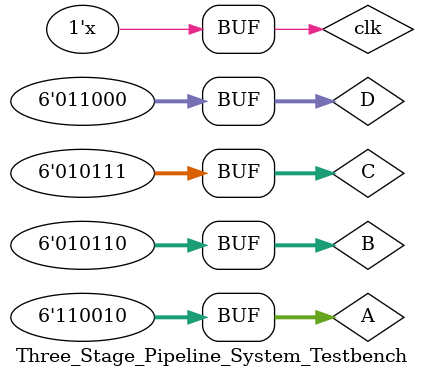
<source format=sv>




`timescale 1ns / 1ps

module Three_Stage_Pipeline_System_Testbench;
    // Inputs
    reg [5:0] A, B, C, D;
    reg clk;

    // Output
    wire [5:0] out;

    // Instantiate the pipeline module
    Three_Stage_Pipeline_System uut (
        .A(A), .B(B), .C(C), .D(D),
        .clk(clk),
        .out(out)
    );

    // Initialize inputs
    initial begin
        A = 0;
        B = 0;
        C = 0;
        D = 0;
        clk = 0;
    end

    // Generate clock
    always #5 clk = ~clk;

    initial begin
        #10 A = 10; B = 2; C = 3; D = 4;
        #10 A = 10; B = 6; C = 7; D = 8;
        #10 A = 30; B = 10; C = 11; D = 12;
        #10 A = 13; B = 14; C = 15; D = 16;
        #10 A = 17; B = 18; C = 19; D = 20;
        #10 A = 50; B = 22; C = 23; D = 24;
    end
endmodule
</source>
